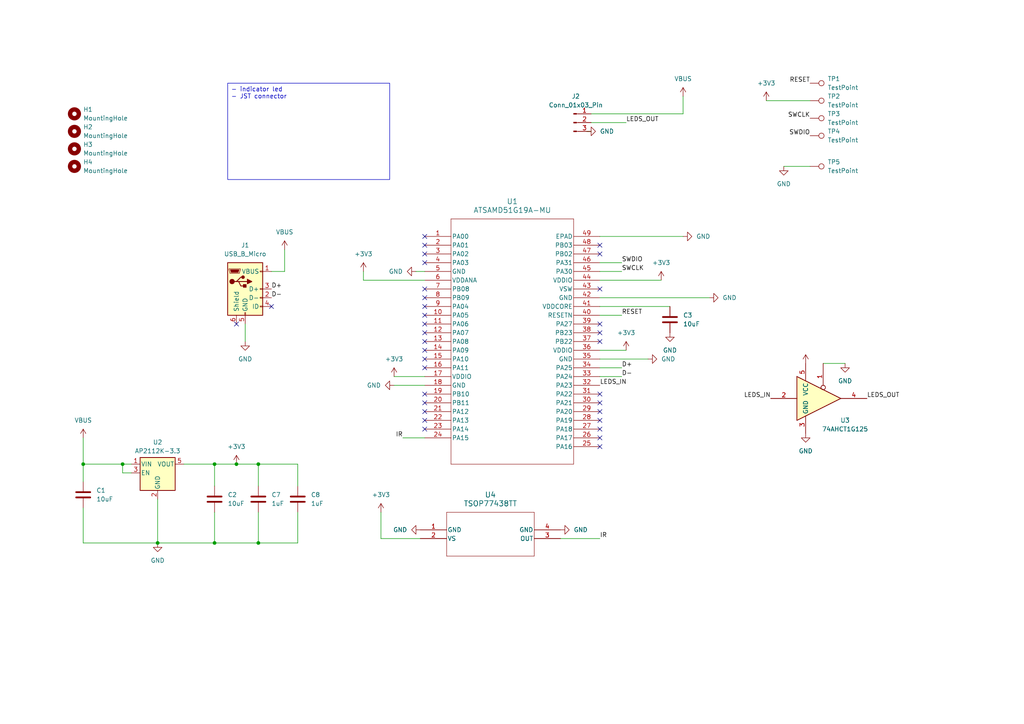
<source format=kicad_sch>
(kicad_sch (version 20230121) (generator eeschema)
  (paper "A4")
  (lib_symbols
    (symbol "74xGxx:74AHCT1G125"
      (property "Reference" "U" (at -2.54 3.81 0))
      (property "Value" "74AHCT1G125" (at 0 -3.81 0))
      (symbol "74AHCT1G125_0_1"
        (polyline (pts (xy -7.62 6.35) (xy -7.62 -6.35) (xy 5.08 0) (xy -7.62 6.35)) (stroke (width 0.254)) (fill (type background)))
      )
      (symbol "74AHCT1G125_1_1"
        (pin input inverted (at 0 10.16 270) (length 7.62) (name "~") (number "1"))
        (pin input line (at -15.24 0 0) (length 7.62) (name "~") (number "2"))
        (pin power_in line (at -5.08 -10.16 90) (length 5.08) (name "GND") (number "3"))
        (pin tri_state line (at 12.7 0 180) (length 7.62) (name "~") (number "4"))
        (pin power_in line (at -5.08 10.16 270) (length 5.08) (name "VCC") (number "5"))
      )
    )
    (symbol "Connector:Conn_01x03_Pin" (pin_names (offset 1.016) hide)
      (property "Reference" "J" (at 0 5.08 0))
      (property "Value" "Conn_01x03_Pin" (at 0 -5.08 0))
      (symbol "Conn_01x03_Pin_1_1"
        (polyline (pts (xy 1.27 -2.54) (xy 0.8636 -2.54)) (stroke (width 0.1524)))
        (polyline (pts (xy 1.27 0) (xy 0.8636 0)) (stroke (width 0.1524)))
        (polyline (pts (xy 1.27 2.54) (xy 0.8636 2.54)) (stroke (width 0.1524)))
        (rectangle (start 0.8636 -2.413) (end 0 -2.667) (stroke (width 0.1524)) (fill (type outline)))
        (rectangle (start 0.8636 0.127) (end 0 -0.127) (stroke (width 0.1524)) (fill (type outline)))
        (rectangle (start 0.8636 2.667) (end 0 2.413) (stroke (width 0.1524)) (fill (type outline)))
        (pin passive line (at 5.08 2.54 180) (length 3.81) (name "Pin_1") (number "1"))
        (pin passive line (at 5.08 0 180) (length 3.81) (name "Pin_2") (number "2"))
        (pin passive line (at 5.08 -2.54 180) (length 3.81) (name "Pin_3") (number "3"))
      )
    )
    (symbol "Connector:TestPoint" (pin_numbers hide) (pin_names (offset 0.762) hide)
      (property "Reference" "TP" (at 0 6.858 0))
      (property "Value" "TestPoint" (at 0 5.08 0))
      (symbol "TestPoint_0_1"
        (circle (center 0 3.302) (radius 0.762))
      )
      (symbol "TestPoint_1_1"
        (pin passive line (at 0 0 90) (length 2.54) (name "1") (number "1"))
      )
    )
    (symbol "Connector:USB_B_Micro" (pin_names (offset 1.016))
      (property "Reference" "J" (at -5.08 11.43 0))
      (property "Value" "USB_B_Micro" (at -5.08 8.89 0))
      (symbol "USB_B_Micro_0_1"
        (rectangle (start -5.08 -7.62) (end 5.08 7.62) (stroke (width 0.254)) (fill (type background)))
        (circle (center -3.81 2.159) (radius 0.635) (stroke (width 0.254)) (fill (type outline)))
        (circle (center -0.635 3.429) (radius 0.381) (stroke (width 0.254)) (fill (type outline)))
        (rectangle (start -0.127 -7.62) (end 0.127 -6.858))
        (polyline (pts (xy -1.905 2.159) (xy 0.635 2.159)) (stroke (width 0.254)))
        (polyline (pts (xy -3.175 2.159) (xy -2.54 2.159) (xy -1.27 3.429) (xy -0.635 3.429)) (stroke (width 0.254)))
        (polyline (pts (xy -2.54 2.159) (xy -1.905 2.159) (xy -1.27 0.889) (xy 0 0.889)) (stroke (width 0.254)))
        (polyline (pts (xy 0.635 2.794) (xy 0.635 1.524) (xy 1.905 2.159) (xy 0.635 2.794)) (stroke (width 0.254)) (fill (type outline)))
        (polyline (pts (xy -4.318 5.588) (xy -1.778 5.588) (xy -2.032 4.826) (xy -4.064 4.826) (xy -4.318 5.588)) (fill (type outline)))
        (polyline (pts (xy -4.699 5.842) (xy -4.699 5.588) (xy -4.445 4.826) (xy -4.445 4.572) (xy -1.651 4.572) (xy -1.651 4.826) (xy -1.397 5.588) (xy -1.397 5.842) (xy -4.699 5.842)))
        (rectangle (start 0.254 1.27) (end -0.508 0.508) (stroke (width 0.254)) (fill (type outline)))
        (rectangle (start 5.08 -5.207) (end 4.318 -4.953))
        (rectangle (start 5.08 -2.667) (end 4.318 -2.413))
        (rectangle (start 5.08 -0.127) (end 4.318 0.127))
        (rectangle (start 5.08 4.953) (end 4.318 5.207))
      )
      (symbol "USB_B_Micro_1_1"
        (pin power_out line (at 7.62 5.08 180) (length 2.54) (name "VBUS") (number "1"))
        (pin bidirectional line (at 7.62 -2.54 180) (length 2.54) (name "D-") (number "2"))
        (pin bidirectional line (at 7.62 0 180) (length 2.54) (name "D+") (number "3"))
        (pin passive line (at 7.62 -5.08 180) (length 2.54) (name "ID") (number "4"))
        (pin power_out line (at 0 -10.16 90) (length 2.54) (name "GND") (number "5"))
        (pin passive line (at -2.54 -10.16 90) (length 2.54) (name "Shield") (number "6"))
      )
    )
    (symbol "Device:C" (pin_numbers hide) (pin_names (offset 0.254))
      (property "Reference" "C" (at 0.635 2.54 0))
      (property "Value" "C" (at 0.635 -2.54 0))
      (symbol "C_0_1"
        (polyline (pts (xy -2.032 -0.762) (xy 2.032 -0.762)) (stroke (width 0.508)))
        (polyline (pts (xy -2.032 0.762) (xy 2.032 0.762)) (stroke (width 0.508)))
      )
      (symbol "C_1_1"
        (pin passive line (at 0 3.81 270) (length 2.794) (name "~") (number "1"))
        (pin passive line (at 0 -3.81 90) (length 2.794) (name "~") (number "2"))
      )
    )
    (symbol "Mechanical:MountingHole" (pin_names (offset 1.016))
      (property "Reference" "H" (at 0 5.08 0))
      (property "Value" "MountingHole" (at 0 3.175 0))
      (symbol "MountingHole_0_1"
        (circle (center 0 0) (radius 1.27) (stroke (width 1.27)))
      )
    )
    (symbol "Minor_Industries:ATSAMD51G19A-MU" (pin_names (offset 0.254))
      (property "Reference" "U" (at 25.4 10.16 0))
      (property "Value" "ATSAMD51G19A-MU" (at 25.4 7.62 0))
      (symbol "ATSAMD51G19A-MU_0_1"
        (polyline (pts (xy 7.62 -66.04) (xy 43.18 -66.04)) (stroke (width 0.127)))
        (polyline (pts (xy 7.62 5.08) (xy 7.62 -66.04)) (stroke (width 0.127)))
        (polyline (pts (xy 43.18 -66.04) (xy 43.18 5.08)) (stroke (width 0.127)))
        (polyline (pts (xy 43.18 5.08) (xy 7.62 5.08)) (stroke (width 0.127)))
        (pin bidirectional line (at 0 0 0) (length 7.62) (name "PA00") (number "1"))
        (pin bidirectional line (at 0 -22.86 0) (length 7.62) (name "PA05") (number "10"))
        (pin bidirectional line (at 0 -25.4 0) (length 7.62) (name "PA06") (number "11"))
        (pin bidirectional line (at 0 -27.94 0) (length 7.62) (name "PA07") (number "12"))
        (pin bidirectional line (at 0 -30.48 0) (length 7.62) (name "PA08") (number "13"))
        (pin bidirectional line (at 0 -33.02 0) (length 7.62) (name "PA09") (number "14"))
        (pin bidirectional line (at 0 -35.56 0) (length 7.62) (name "PA10") (number "15"))
        (pin bidirectional line (at 0 -38.1 0) (length 7.62) (name "PA11") (number "16"))
        (pin power_in line (at 0 -40.64 0) (length 7.62) (name "VDDIO") (number "17"))
        (pin bidirectional line (at 0 -45.72 0) (length 7.62) (name "PB10") (number "19"))
        (pin bidirectional line (at 0 -2.54 0) (length 7.62) (name "PA01") (number "2"))
        (pin bidirectional line (at 0 -48.26 0) (length 7.62) (name "PB11") (number "20"))
        (pin bidirectional line (at 0 -50.8 0) (length 7.62) (name "PA12") (number "21"))
        (pin bidirectional line (at 0 -53.34 0) (length 7.62) (name "PA13") (number "22"))
        (pin bidirectional line (at 0 -55.88 0) (length 7.62) (name "PA14") (number "23"))
        (pin bidirectional line (at 0 -58.42 0) (length 7.62) (name "PA15") (number "24"))
        (pin bidirectional line (at 50.8 -60.96 180) (length 7.62) (name "PA16") (number "25"))
        (pin bidirectional line (at 50.8 -58.42 180) (length 7.62) (name "PA17") (number "26"))
        (pin bidirectional line (at 50.8 -55.88 180) (length 7.62) (name "PA18") (number "27"))
        (pin bidirectional line (at 50.8 -53.34 180) (length 7.62) (name "PA19") (number "28"))
        (pin bidirectional line (at 50.8 -50.8 180) (length 7.62) (name "PA20") (number "29"))
        (pin bidirectional line (at 0 -5.08 0) (length 7.62) (name "PA02") (number "3"))
        (pin bidirectional line (at 50.8 -48.26 180) (length 7.62) (name "PA21") (number "30"))
        (pin bidirectional line (at 50.8 -45.72 180) (length 7.62) (name "PA22") (number "31"))
        (pin bidirectional line (at 50.8 -43.18 180) (length 7.62) (name "PA23") (number "32"))
        (pin bidirectional line (at 50.8 -40.64 180) (length 7.62) (name "PA24") (number "33"))
        (pin bidirectional line (at 50.8 -38.1 180) (length 7.62) (name "PA25") (number "34"))
        (pin power_in line (at 50.8 -33.02 180) (length 7.62) (name "VDDIO") (number "36"))
        (pin bidirectional line (at 50.8 -30.48 180) (length 7.62) (name "PB22") (number "37"))
        (pin bidirectional line (at 50.8 -27.94 180) (length 7.62) (name "PB23") (number "38"))
        (pin bidirectional line (at 50.8 -25.4 180) (length 7.62) (name "PA27") (number "39"))
        (pin bidirectional line (at 0 -7.62 0) (length 7.62) (name "PA03") (number "4"))
        (pin unspecified line (at 50.8 -22.86 180) (length 7.62) (name "RESETN") (number "40"))
        (pin bidirectional line (at 50.8 -20.32 180) (length 7.62) (name "VDDCORE") (number "41"))
        (pin power_in line (at 50.8 -15.24 180) (length 7.62) (name "VSW") (number "43"))
        (pin power_in line (at 50.8 -12.7 180) (length 7.62) (name "VDDIO") (number "44"))
        (pin bidirectional line (at 50.8 -10.16 180) (length 7.62) (name "PA30") (number "45"))
        (pin bidirectional line (at 50.8 -7.62 180) (length 7.62) (name "PA31") (number "46"))
        (pin bidirectional line (at 50.8 -5.08 180) (length 7.62) (name "PB02") (number "47"))
        (pin bidirectional line (at 50.8 -2.54 180) (length 7.62) (name "PB03") (number "48"))
        (pin power_in line (at 0 -12.7 0) (length 7.62) (name "VDDANA") (number "6"))
        (pin bidirectional line (at 0 -15.24 0) (length 7.62) (name "PB08") (number "7"))
        (pin bidirectional line (at 0 -17.78 0) (length 7.62) (name "PB09") (number "8"))
        (pin bidirectional line (at 0 -20.32 0) (length 7.62) (name "PA04") (number "9"))
      )
      (symbol "ATSAMD51G19A-MU_1_1"
        (pin power_in line (at 0 -43.18 0) (length 7.62) (name "GND") (number "18"))
        (pin power_in line (at 50.8 -35.56 180) (length 7.62) (name "GND") (number "35"))
        (pin power_in line (at 50.8 -17.78 180) (length 7.62) (name "GND") (number "42"))
        (pin power_in line (at 50.8 0 180) (length 7.62) (name "EPAD") (number "49"))
        (pin power_in line (at 0 -10.16 0) (length 7.62) (name "GND") (number "5"))
      )
    )
    (symbol "Minor_Industries:TSOP77438TT" (pin_names (offset 0.254))
      (property "Reference" "U" (at 20.32 10.16 0))
      (property "Value" "TSOP77438TT" (at 20.32 7.62 0))
      (symbol "TSOP77438TT_0_1"
        (polyline (pts (xy 7.62 -7.62) (xy 33.02 -7.62)) (stroke (width 0.127)))
        (polyline (pts (xy 7.62 5.08) (xy 7.62 -7.62)) (stroke (width 0.127)))
        (polyline (pts (xy 33.02 -7.62) (xy 33.02 5.08)) (stroke (width 0.127)))
        (polyline (pts (xy 33.02 5.08) (xy 7.62 5.08)) (stroke (width 0.127)))
        (pin unspecified line (at 0 -2.54 0) (length 7.62) (name "VS") (number "2"))
        (pin output line (at 40.64 -2.54 180) (length 7.62) (name "OUT") (number "3"))
      )
      (symbol "TSOP77438TT_1_1"
        (pin power_in line (at 0 0 0) (length 7.62) (name "GND") (number "1"))
        (pin power_in line (at 40.64 0 180) (length 7.62) (name "GND") (number "4"))
      )
    )
    (symbol "Regulator_Linear:AP2112K-3.3" (pin_names (offset 0.254))
      (property "Reference" "U" (at -5.08 5.715 0))
      (property "Value" "AP2112K-3.3" (at 0 5.715 0))
      (symbol "AP2112K-3.3_0_1"
        (rectangle (start -5.08 4.445) (end 5.08 -5.08) (stroke (width 0.254)) (fill (type background)))
      )
      (symbol "AP2112K-3.3_1_1"
        (pin power_in line (at -7.62 2.54 0) (length 2.54) (name "VIN") (number "1"))
        (pin power_in line (at 0 -7.62 90) (length 2.54) (name "GND") (number "2"))
        (pin input line (at -7.62 0 0) (length 2.54) (name "EN") (number "3"))
        (pin no_connect line (at 5.08 0 180) (length 2.54) hide (name "NC") (number "4"))
        (pin power_out line (at 7.62 2.54 180) (length 2.54) (name "VOUT") (number "5"))
      )
    )
    (symbol "power:+3V3" (power) (pin_names (offset 0))
      (property "Value" "+3V3" (at 0 3.556 0))
      (symbol "+3V3_0_1"
        (polyline (pts (xy -0.762 1.27) (xy 0 2.54)))
        (polyline (pts (xy 0 0) (xy 0 2.54)))
        (polyline (pts (xy 0 2.54) (xy 0.762 1.27)))
      )
      (symbol "+3V3_1_1"
        (pin power_in line (at 0 0 90) (length 0) hide (name "+3V3") (number "1"))
      )
    )
    (symbol "power:GND" (power) (pin_names (offset 0))
      (property "Value" "GND" (at 0 -3.81 0))
      (symbol "GND_0_1"
        (polyline (pts (xy 0 0) (xy 0 -1.27) (xy 1.27 -1.27) (xy 0 -2.54) (xy -1.27 -1.27) (xy 0 -1.27)))
      )
      (symbol "GND_1_1"
        (pin power_in line (at 0 0 270) (length 0) hide (name "GND") (number "1"))
      )
    )
    (symbol "power:VBUS" (power) (pin_names (offset 0))
      (property "Value" "VBUS" (at 0 3.81 0))
      (symbol "VBUS_0_1"
        (polyline (pts (xy -0.762 1.27) (xy 0 2.54)))
        (polyline (pts (xy 0 0) (xy 0 2.54)))
        (polyline (pts (xy 0 2.54) (xy 0.762 1.27)))
      )
      (symbol "VBUS_1_1"
        (pin power_in line (at 0 0 90) (length 0) hide (name "VBUS") (number "1"))
      )
    )
  )
  (junction (at 62.23 157.48))
  (junction (at 74.93 157.48))
  (junction (at 35.56 134.62))
  (junction (at 24.13 134.62))
  (junction (at 68.58 134.62))
  (junction (at 74.93 134.62))
  (junction (at 45.72 157.48))
  (junction (at 62.23 134.62))
  (no_connect (at 173.99 124.46))
  (no_connect (at 78.74 88.9))
  (no_connect (at 123.19 114.3))
  (no_connect (at 123.19 91.44))
  (no_connect (at 123.19 119.38))
  (no_connect (at 123.19 96.52))
  (no_connect (at 173.99 73.66))
  (no_connect (at 123.19 104.14))
  (no_connect (at 173.99 96.52))
  (no_connect (at 173.99 129.54))
  (no_connect (at 173.99 119.38))
  (no_connect (at 123.19 124.46))
  (no_connect (at 68.58 93.98))
  (no_connect (at 123.19 68.58))
  (no_connect (at 123.19 83.82))
  (no_connect (at 173.99 127))
  (no_connect (at 173.99 121.92))
  (no_connect (at 173.99 93.98))
  (no_connect (at 173.99 71.12))
  (no_connect (at 123.19 76.2))
  (no_connect (at 123.19 73.66))
  (no_connect (at 173.99 83.82))
  (no_connect (at 173.99 99.06))
  (no_connect (at 123.19 121.92))
  (no_connect (at 123.19 88.9))
  (no_connect (at 123.19 86.36))
  (no_connect (at 123.19 116.84))
  (no_connect (at 173.99 114.3))
  (no_connect (at 123.19 106.68))
  (no_connect (at 123.19 71.12))
  (no_connect (at 123.19 101.6))
  (no_connect (at 123.19 99.06))
  (no_connect (at 173.99 116.84))
  (no_connect (at 123.19 93.98))
  (wire (pts (xy 62.23 157.48) (xy 74.93 157.48)))
  (wire (pts (xy 35.56 134.62) (xy 38.1 134.62)))
  (wire (pts (xy 173.99 156.21) (xy 162.56 156.21)))
  (wire (pts (xy 198.12 27.94) (xy 198.12 33.02)))
  (wire (pts (xy 24.13 127) (xy 24.13 134.62)))
  (wire (pts (xy 86.36 157.48) (xy 74.93 157.48)))
  (wire (pts (xy 74.93 134.62) (xy 74.93 140.97)))
  (wire (pts (xy 38.1 137.16) (xy 35.56 137.16)))
  (wire (pts (xy 24.13 157.48) (xy 45.72 157.48)))
  (wire (pts (xy 105.41 81.28) (xy 123.19 81.28)))
  (wire (pts (xy 24.13 147.32) (xy 24.13 157.48)))
  (wire (pts (xy 45.72 144.78) (xy 45.72 157.48)))
  (wire (pts (xy 62.23 134.62) (xy 62.23 140.97)))
  (wire (pts (xy 82.55 78.74) (xy 82.55 72.39)))
  (wire (pts (xy 198.12 33.02) (xy 171.45 33.02)))
  (wire (pts (xy 180.34 78.74) (xy 173.99 78.74)))
  (wire (pts (xy 222.25 29.21) (xy 234.95 29.21)))
  (wire (pts (xy 86.36 148.59) (xy 86.36 157.48)))
  (wire (pts (xy 105.41 81.28) (xy 105.41 78.74)))
  (wire (pts (xy 62.23 148.59) (xy 62.23 157.48)))
  (wire (pts (xy 78.74 78.74) (xy 82.55 78.74)))
  (wire (pts (xy 180.34 76.2) (xy 173.99 76.2)))
  (wire (pts (xy 74.93 134.62) (xy 86.36 134.62)))
  (wire (pts (xy 86.36 134.62) (xy 86.36 140.97)))
  (wire (pts (xy 68.58 134.62) (xy 74.93 134.62)))
  (wire (pts (xy 45.72 157.48) (xy 62.23 157.48)))
  (wire (pts (xy 173.99 101.6) (xy 181.61 101.6)))
  (wire (pts (xy 234.95 48.26) (xy 227.33 48.26)))
  (wire (pts (xy 120.65 78.74) (xy 123.19 78.74)))
  (wire (pts (xy 180.34 106.68) (xy 173.99 106.68)))
  (wire (pts (xy 238.76 105.41) (xy 245.11 105.41)))
  (wire (pts (xy 116.84 127) (xy 123.19 127)))
  (wire (pts (xy 173.99 86.36) (xy 205.74 86.36)))
  (wire (pts (xy 180.34 109.22) (xy 173.99 109.22)))
  (wire (pts (xy 110.49 148.59) (xy 110.49 156.21)))
  (wire (pts (xy 173.99 104.14) (xy 187.96 104.14)))
  (wire (pts (xy 110.49 156.21) (xy 121.92 156.21)))
  (wire (pts (xy 62.23 134.62) (xy 68.58 134.62)))
  (wire (pts (xy 170.18 38.1) (xy 171.45 38.1)))
  (wire (pts (xy 24.13 134.62) (xy 35.56 134.62)))
  (wire (pts (xy 173.99 68.58) (xy 198.12 68.58)))
  (wire (pts (xy 173.99 81.28) (xy 191.77 81.28)))
  (wire (pts (xy 114.3 109.22) (xy 123.19 109.22)))
  (wire (pts (xy 114.3 111.76) (xy 123.19 111.76)))
  (wire (pts (xy 24.13 134.62) (xy 24.13 139.7)))
  (wire (pts (xy 180.34 91.44) (xy 173.99 91.44)))
  (wire (pts (xy 71.12 93.98) (xy 71.12 99.06)))
  (wire (pts (xy 181.61 35.56) (xy 171.45 35.56)))
  (wire (pts (xy 35.56 137.16) (xy 35.56 134.62)))
  (wire (pts (xy 74.93 148.59) (xy 74.93 157.48)))
  (wire (pts (xy 194.31 88.9) (xy 173.99 88.9)))
  (wire (pts (xy 53.34 134.62) (xy 62.23 134.62)))
  (text_box "- indicator led\n- JST connector" (at 66.04 24.13 0) (size 46.99 27.94) (effects (font (size 1.27 1.27)) (justify left top)))
  (label "D-" (at 180.34 109.22 0))
  (label "IR" (at 173.99 156.21 0))
  (label "D+" (at 78.74 83.82 0))
  (label "LEDS_IN" (at 223.52 115.57 180))
  (label "SWDIO" (at 180.34 76.2 0))
  (label "LEDS_OUT" (at 181.61 35.56 0))
  (label "SWCLK" (at 234.95 34.29 180))
  (label "D-" (at 78.74 86.36 0))
  (label "RESET" (at 180.34 91.44 0))
  (label "LEDS_IN" (at 173.99 111.76 0))
  (label "SWDIO" (at 234.95 39.37 180))
  (label "SWCLK" (at 180.34 78.74 0))
  (label "IR" (at 116.84 127 180))
  (label "LEDS_OUT" (at 251.46 115.57 0))
  (label "D+" (at 180.34 106.68 0))
  (label "RESET" (at 234.95 24.13 180))
  (symbol (lib_id "power:VBUS") (at 82.55 72.39 0) (unit 1)
    (property "Reference" "#PWR027" (effects hide))
    (property "Value" "VBUS" (at 82.55 67.31 0))
  )
  (symbol (lib_id "Connector:TestPoint") (at 234.95 34.29 270) (unit 1)
    (property "Reference" "TP3" (at 240.03 33.02 90) (effects (justify left)))
    (property "Value" "TestPoint" (at 240.03 35.56 90) (effects (justify left)))
    (property "Footprint" "TestPoint:TestPoint_Pad_D1.5mm" (effects hide))
  )
  (symbol (lib_id "Device:C") (at 194.31 92.71 0) (unit 1)
    (property "Reference" "C3" (at 198.12 91.44 0) (effects (justify left)))
    (property "Value" "10uF" (at 198.12 93.98 0) (effects (justify left)))
    (property "Footprint" "Capacitor_SMD:C_1206_3216Metric" (effects hide))
  )
  (symbol (lib_id "Connector:Conn_01x03_Pin") (at 166.37 35.56 0) (unit 1)
    (property "Reference" "J2" (at 167.005 27.94 0))
    (property "Value" "Conn_01x03_Pin" (at 167.005 30.48 0))
    (property "Footprint" "Connector_PinHeader_2.54mm:PinHeader_1x03_P2.54mm_Vertical" (effects hide))
  )
  (symbol (lib_id "power:+3V3") (at 191.77 81.28 0) (mirror y) (unit 1)
    (property "Reference" "#PWR023" (effects hide))
    (property "Value" "+3V3" (at 191.77 76.2 0))
  )
  (symbol (lib_id "power:VBUS") (at 198.12 27.94 0) (unit 1)
    (property "Reference" "#PWR024" (effects hide))
    (property "Value" "VBUS" (at 198.12 22.86 0))
  )
  (symbol (lib_id "power:GND") (at 114.3 111.76 270) (unit 1)
    (property "Reference" "#PWR08" (effects hide))
    (property "Value" "GND" (at 110.49 111.76 90) (effects (justify right)))
  )
  (symbol (lib_id "Regulator_Linear:AP2112K-3.3") (at 45.72 137.16 0) (unit 1)
    (property "Reference" "U2" (at 45.72 128.27 0))
    (property "Value" "AP2112K-3.3" (at 45.72 130.81 0))
    (property "Footprint" "Package_TO_SOT_SMD:SOT-23-5" (effects hide))
    (property "Datasheet" "https://www.diodes.com/assets/Datasheets/AP2112.pdf" (effects hide))
  )
  (symbol (lib_id "power:GND") (at 198.12 68.58 90) (unit 1)
    (property "Reference" "#PWR09" (effects hide))
    (property "Value" "GND" (at 201.93 68.58 90) (effects (justify right)))
  )
  (symbol (lib_id "power:GND") (at 170.18 38.1 90) (unit 1)
    (property "Reference" "#PWR025" (effects hide))
    (property "Value" "GND" (at 173.99 38.1 90) (effects (justify right)))
  )
  (symbol (lib_id "power:GND") (at 121.92 153.67 270) (unit 1)
    (property "Reference" "#PWR016" (effects hide))
    (property "Value" "GND" (at 118.11 153.67 90) (effects (justify right)))
  )
  (symbol (lib_id "power:GND") (at 245.11 105.41 0) (unit 1)
    (property "Reference" "#PWR019" (effects hide))
    (property "Value" "GND" (at 245.11 110.49 0))
  )
  (symbol (lib_id "Connector:TestPoint") (at 234.95 24.13 270) (unit 1)
    (property "Reference" "TP1" (at 240.03 22.86 90) (effects (justify left)))
    (property "Value" "TestPoint" (at 240.03 25.4 90) (effects (justify left)))
    (property "Footprint" "TestPoint:TestPoint_Pad_D1.5mm" (effects hide))
  )
  (symbol (lib_id "74xGxx:74AHCT1G125") (at 238.76 115.57 0) (unit 1)
    (property "Reference" "U3" (at 245.11 121.92 0))
    (property "Value" "74AHCT1G125" (at 245.11 124.46 0))
    (property "Footprint" "Package_TO_SOT_SMD:SOT-353_SC-70-5" (effects hide))
    (property "Datasheet" "http://www.ti.com/lit/sg/scyt129e/scyt129e.pdf" (effects hide))
  )
  (symbol (lib_id "power:+3V3") (at 181.61 101.6 0) (mirror y) (unit 1)
    (property "Reference" "#PWR06" (effects hide))
    (property "Value" "+3V3" (at 181.61 96.52 0))
  )
  (symbol (lib_id "Device:C") (at 24.13 143.51 0) (unit 1)
    (property "Reference" "C1" (at 27.94 142.24 0) (effects (justify left)))
    (property "Value" "10uF" (at 27.94 144.78 0) (effects (justify left)))
    (property "Footprint" "Capacitor_SMD:C_1206_3216Metric" (effects hide))
  )
  (symbol (lib_id "power:VBUS") (at 24.13 127 0) (unit 1)
    (property "Reference" "#PWR05" (effects hide))
    (property "Value" "VBUS" (at 24.13 121.92 0))
  )
  (symbol (lib_id "power:+3V3") (at 114.3 109.22 0) (unit 1)
    (property "Reference" "#PWR014" (effects hide))
    (property "Value" "+3V3" (at 114.3 104.14 0))
  )
  (symbol (lib_id "power:+3V3") (at 105.41 78.74 0) (unit 1)
    (property "Reference" "#PWR013" (effects hide))
    (property "Value" "+3V3" (at 105.41 73.66 0))
  )
  (symbol (lib_id "power:GND") (at 194.31 96.52 0) (unit 1)
    (property "Reference" "#PWR022" (effects hide))
    (property "Value" "GND" (at 194.31 101.6 0))
  )
  (symbol (lib_id "power:GND") (at 45.72 157.48 0) (unit 1)
    (property "Reference" "#PWR01" (effects hide))
    (property "Value" "GND" (at 45.72 162.56 0))
  )
  (symbol (lib_id "power:GND") (at 205.74 86.36 90) (unit 1)
    (property "Reference" "#PWR011" (effects hide))
    (property "Value" "GND" (at 209.55 86.36 90) (effects (justify right)))
  )
  (symbol (lib_id "Connector:TestPoint") (at 234.95 39.37 270) (unit 1)
    (property "Reference" "TP4" (at 240.03 38.1 90) (effects (justify left)))
    (property "Value" "TestPoint" (at 240.03 40.64 90) (effects (justify left)))
    (property "Footprint" "TestPoint:TestPoint_Pad_D1.5mm" (effects hide))
  )
  (symbol (lib_id "power:GND") (at 71.12 99.06 0) (unit 1)
    (property "Reference" "#PWR026" (effects hide))
    (property "Value" "GND" (at 71.12 104.14 0))
  )
  (symbol (lib_id "Device:C") (at 74.93 144.78 0) (unit 1)
    (property "Reference" "C7" (at 78.74 143.51 0) (effects (justify left)))
    (property "Value" "1uF" (at 78.74 146.05 0) (effects (justify left)))
    (property "Footprint" "Capacitor_SMD:C_0805_2012Metric" (effects hide))
  )
  (symbol (lib_id "power:+3V3") (at 222.25 29.21 0) (unit 1)
    (property "Reference" "#PWR012" (effects hide))
    (property "Value" "+3V3" (at 222.25 24.13 0))
  )
  (symbol (lib_id "Mechanical:MountingHole") (at 21.59 48.26 0) (unit 1)
    (property "Reference" "H4" (at 24.13 46.99 0) (effects (justify left)))
    (property "Value" "MountingHole" (at 24.13 49.53 0) (effects (justify left)))
    (property "Footprint" "MountingHole:MountingHole_2.2mm_M2" (effects hide))
  )
  (symbol (lib_id "Connector:TestPoint") (at 234.95 29.21 270) (unit 1)
    (property "Reference" "TP2" (at 240.03 27.94 90) (effects (justify left)))
    (property "Value" "TestPoint" (at 240.03 30.48 90) (effects (justify left)))
    (property "Footprint" "TestPoint:TestPoint_Pad_D1.5mm" (effects hide))
  )
  (symbol (lib_id "power:+3V3") (at 110.49 148.59 0) (unit 1)
    (property "Reference" "#PWR017" (effects hide))
    (property "Value" "+3V3" (at 110.49 143.51 0))
  )
  (symbol (lib_id "Mechanical:MountingHole") (at 21.59 38.1 0) (unit 1)
    (property "Reference" "H2" (at 24.13 36.83 0) (effects (justify left)))
    (property "Value" "MountingHole" (at 24.13 39.37 0) (effects (justify left)))
    (property "Footprint" "MountingHole:MountingHole_2.2mm_M2" (effects hide))
  )
  (symbol (lib_id "power:GND") (at 233.68 125.73 0) (unit 1)
    (property "Reference" "#PWR021" (effects hide))
    (property "Value" "GND" (at 233.68 130.81 0))
  )
  (symbol (lib_id "power:VBUS") (at 233.68 105.41 0) (unit 1)
    (property "Reference" "#PWR020" (effects hide))
    (property "Value" "VBUS" (effects hide))
  )
  (symbol (lib_id "power:GND") (at 187.96 104.14 90) (unit 1)
    (property "Reference" "#PWR010" (effects hide))
    (property "Value" "GND" (at 191.77 104.14 90) (effects (justify right)))
  )
  (symbol (lib_id "Mechanical:MountingHole") (at 21.59 33.02 0) (unit 1)
    (property "Reference" "H1" (at 24.13 31.75 0) (effects (justify left)))
    (property "Value" "MountingHole" (at 24.13 34.29 0) (effects (justify left)))
    (property "Footprint" "MountingHole:MountingHole_2.2mm_M2" (effects hide))
  )
  (symbol (lib_id "Minor_Industries:TSOP77438TT") (at 121.92 153.67 0) (unit 1)
    (property "Reference" "U4" (at 142.24 143.51 0) (effects (font (size 1.524 1.524))))
    (property "Value" "TSOP77438TT" (at 142.24 146.05 0) (effects (font (size 1.524 1.524))))
    (property "Footprint" "Minor_Industries:IC4_TSOP77438TT_VIS-M" (effects hide))
    (property "Datasheet" "TSOP77438TT" (effects hide))
  )
  (symbol (lib_id "Minor_Industries:ATSAMD51G19A-MU") (at 123.19 68.58 0) (unit 1)
    (property "Reference" "U1" (at 148.59 58.42 0) (effects (font (size 1.524 1.524))))
    (property "Value" "ATSAMD51G19A-MU" (at 148.59 60.96 0) (effects (font (size 1.524 1.524))))
    (property "Footprint" "Minor_Industries:QFN48_7X7MC_MCH" (effects hide))
    (property "Datasheet" "ATSAMD51G19A-MU" (effects hide))
  )
  (symbol (lib_id "Device:C") (at 86.36 144.78 0) (unit 1)
    (property "Reference" "C8" (at 90.17 143.51 0) (effects (justify left)))
    (property "Value" "1uF" (at 90.17 146.05 0) (effects (justify left)))
    (property "Footprint" "Capacitor_SMD:C_0805_2012Metric" (effects hide))
  )
  (symbol (lib_id "Mechanical:MountingHole") (at 21.59 43.18 0) (unit 1)
    (property "Reference" "H3" (at 24.13 41.91 0) (effects (justify left)))
    (property "Value" "MountingHole" (at 24.13 44.45 0) (effects (justify left)))
    (property "Footprint" "MountingHole:MountingHole_2.2mm_M2" (effects hide))
  )
  (symbol (lib_id "Connector:USB_B_Micro") (at 71.12 83.82 0) (unit 1)
    (property "Reference" "J1" (at 71.12 71.12 0))
    (property "Value" "USB_B_Micro" (at 71.12 73.66 0))
    (property "Footprint" "Connector_USB:USB_Micro-B_Amphenol_10118193-0001LF_Horizontal" (effects hide))
  )
  (symbol (lib_id "power:+3V3") (at 68.58 134.62 0) (unit 1)
    (property "Reference" "#PWR018" (effects hide))
    (property "Value" "+3V3" (at 68.58 129.54 0))
  )
  (symbol (lib_id "Connector:TestPoint") (at 234.95 48.26 270) (unit 1)
    (property "Reference" "TP5" (at 240.03 46.99 90) (effects (justify left)))
    (property "Value" "TestPoint" (at 240.03 49.53 90) (effects (justify left)))
    (property "Footprint" "TestPoint:TestPoint_Pad_D1.5mm" (effects hide))
  )
  (symbol (lib_id "power:GND") (at 227.33 48.26 0) (unit 1)
    (property "Reference" "#PWR03" (effects hide))
    (property "Value" "GND" (at 227.33 53.34 0))
  )
  (symbol (lib_id "Device:C") (at 62.23 144.78 0) (unit 1)
    (property "Reference" "C2" (at 66.04 143.51 0) (effects (justify left)))
    (property "Value" "10uF" (at 66.04 146.05 0) (effects (justify left)))
    (property "Footprint" "Capacitor_SMD:C_1206_3216Metric" (effects hide))
  )
  (symbol (lib_id "power:GND") (at 120.65 78.74 270) (unit 1)
    (property "Reference" "#PWR07" (effects hide))
    (property "Value" "GND" (at 116.84 78.74 90) (effects (justify right)))
  )
  (symbol (lib_id "power:GND") (at 162.56 153.67 90) (unit 1)
    (property "Reference" "#PWR015" (effects hide))
    (property "Value" "GND" (at 166.37 153.67 90) (effects (justify right)))
  )
)
</source>
